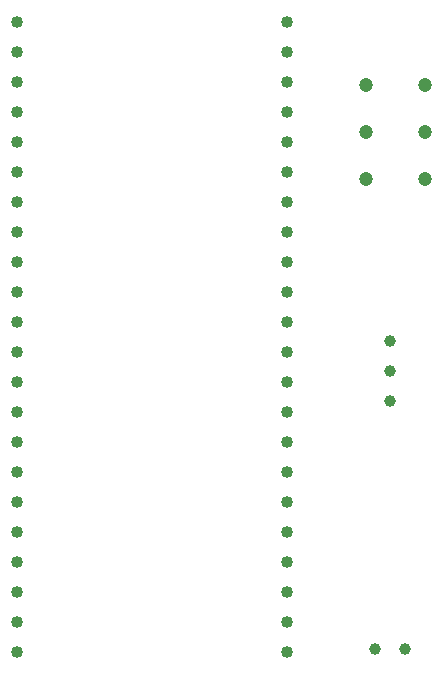
<source format=gbr>
%TF.GenerationSoftware,KiCad,Pcbnew,8.0.7*%
%TF.CreationDate,2025-02-28T11:10:47-08:00*%
%TF.ProjectId,Untitled,556e7469-746c-4656-942e-6b696361645f,rev?*%
%TF.SameCoordinates,Original*%
%TF.FileFunction,Plated,1,2,PTH,Drill*%
%TF.FilePolarity,Positive*%
%FSLAX46Y46*%
G04 Gerber Fmt 4.6, Leading zero omitted, Abs format (unit mm)*
G04 Created by KiCad (PCBNEW 8.0.7) date 2025-02-28 11:10:47*
%MOMM*%
%LPD*%
G01*
G04 APERTURE LIST*
%TA.AperFunction,ComponentDrill*%
%ADD10C,1.000000*%
%TD*%
%TA.AperFunction,ComponentDrill*%
%ADD11C,1.020000*%
%TD*%
%TA.AperFunction,ComponentDrill*%
%ADD12C,1.200000*%
%TD*%
G04 APERTURE END LIST*
D10*
%TO.C,BT1*%
X172750000Y-127282500D03*
%TO.C,SW1*%
X174000000Y-101170000D03*
X174000000Y-103710000D03*
X174000000Y-106250000D03*
%TO.C,BT1*%
X175250000Y-127282500D03*
D11*
%TO.C,U1*%
X142390000Y-74160000D03*
X142390000Y-76700000D03*
X142390000Y-79240000D03*
X142390000Y-81780000D03*
X142390000Y-84320000D03*
X142390000Y-86860000D03*
X142390000Y-89400000D03*
X142390000Y-91940000D03*
X142390000Y-94480000D03*
X142390000Y-97020000D03*
X142390000Y-99560000D03*
X142390000Y-102100000D03*
X142390000Y-104640000D03*
X142390000Y-107180000D03*
X142390000Y-109720000D03*
X142390000Y-112260000D03*
X142390000Y-114800000D03*
X142390000Y-117340000D03*
X142390000Y-119880000D03*
X142390000Y-122420000D03*
X142390000Y-124960000D03*
X142390000Y-127500000D03*
X165250000Y-74160000D03*
X165250000Y-76700000D03*
X165250000Y-79240000D03*
X165250000Y-81780000D03*
X165250000Y-84320000D03*
X165250000Y-86860000D03*
X165250000Y-89400000D03*
X165250000Y-91940000D03*
X165250000Y-94480000D03*
X165250000Y-97020000D03*
X165250000Y-99560000D03*
X165250000Y-102100000D03*
X165250000Y-104640000D03*
X165250000Y-107180000D03*
X165250000Y-109720000D03*
X165250000Y-112260000D03*
X165250000Y-114800000D03*
X165250000Y-117340000D03*
X165250000Y-119880000D03*
X165250000Y-122420000D03*
X165250000Y-124960000D03*
X165250000Y-127500000D03*
D12*
%TO.C,J1*%
X172000000Y-79500000D03*
X172000000Y-83500000D03*
X172000000Y-87500000D03*
X177000000Y-79500000D03*
X177000000Y-83500000D03*
X177000000Y-87500000D03*
M02*

</source>
